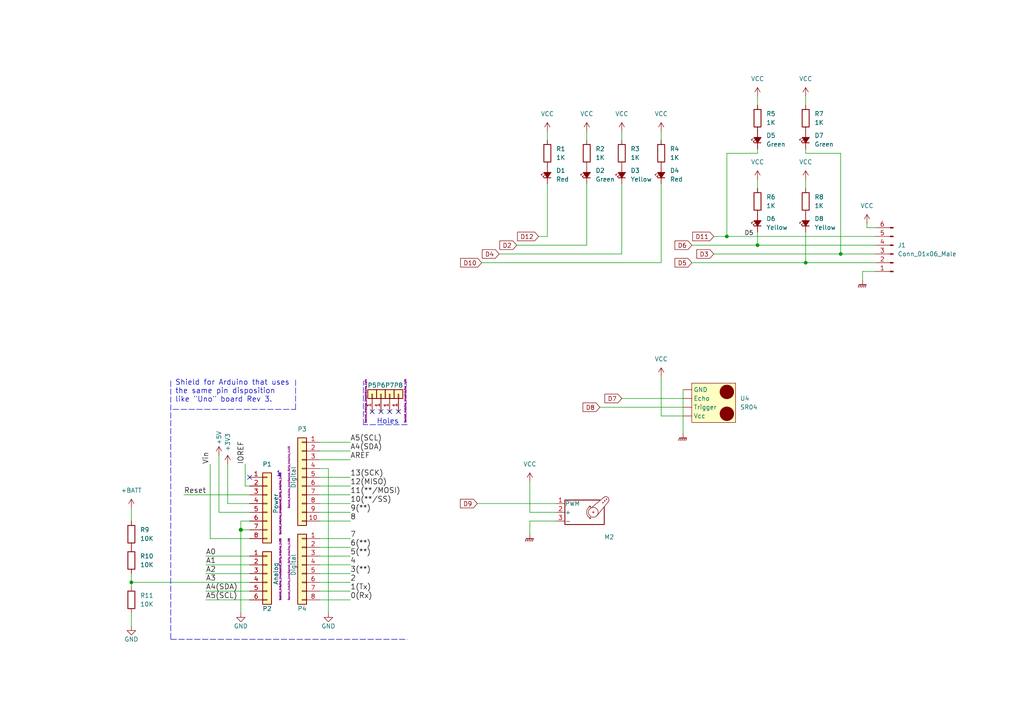
<source format=kicad_sch>
(kicad_sch (version 20211123) (generator eeschema)
  (paper "A4")
  (title_block (title "Wheelly") (date "lun. 30 mars 2015") (rev "1"))
  (lib_symbols
    (symbol "Connector:Conn_01x06_Male" (pin_names (offset 1.016) hide)
      (property "Reference" "J" (at 0 7.62 0))
      (property "Value" "Conn_01x06_Male" (at 0 -10.16 0))
      (symbol "Conn_01x06_Male_1_1"
        (polyline (pts (xy 1.27 -7.62) (xy 0.8636 -7.62)) (stroke (width 0.1524)))
        (polyline (pts (xy 1.27 -5.08) (xy 0.8636 -5.08)) (stroke (width 0.1524)))
        (polyline (pts (xy 1.27 -2.54) (xy 0.8636 -2.54)) (stroke (width 0.1524)))
        (polyline (pts (xy 1.27 0) (xy 0.8636 0)) (stroke (width 0.1524)))
        (polyline (pts (xy 1.27 2.54) (xy 0.8636 2.54)) (stroke (width 0.1524)))
        (polyline (pts (xy 1.27 5.08) (xy 0.8636 5.08)) (stroke (width 0.1524)))
        (rectangle (start 0.8636 -7.493) (end 0 -7.747) (stroke (width 0.1524)) (fill (type outline)))
        (rectangle (start 0.8636 -4.953) (end 0 -5.207) (stroke (width 0.1524)) (fill (type outline)))
        (rectangle (start 0.8636 -2.413) (end 0 -2.667) (stroke (width 0.1524)) (fill (type outline)))
        (rectangle (start 0.8636 0.127) (end 0 -0.127) (stroke (width 0.1524)) (fill (type outline)))
        (rectangle (start 0.8636 2.667) (end 0 2.413) (stroke (width 0.1524)) (fill (type outline)))
        (rectangle (start 0.8636 5.207) (end 0 4.953) (stroke (width 0.1524)) (fill (type outline)))
        (pin passive line (at 5.08 5.08 180) (length 3.81) (name "Pin_1") (number "1"))
        (pin passive line (at 5.08 2.54 180) (length 3.81) (name "Pin_2") (number "2"))
        (pin passive line (at 5.08 0 180) (length 3.81) (name "Pin_3") (number "3"))
        (pin passive line (at 5.08 -2.54 180) (length 3.81) (name "Pin_4") (number "4"))
        (pin passive line (at 5.08 -5.08 180) (length 3.81) (name "Pin_5") (number "5"))
        (pin passive line (at 5.08 -7.62 180) (length 3.81) (name "Pin_6") (number "6"))
      )
    )
    (symbol "Connector_Generic:Conn_01x01" (pin_names (offset 1.016) hide)
      (property "Reference" "J" (at 0 2.54 0))
      (property "Value" "Conn_01x01" (at 0 -2.54 0))
      (symbol "Conn_01x01_1_1"
        (rectangle (start -1.27 0.127) (end 0 -0.127) (stroke (width 0.1524)))
        (rectangle (start -1.27 1.27) (end 1.27 -1.27) (stroke (width 0.254)) (fill (type background)))
        (pin passive line (at -5.08 0 0) (length 3.81) (name "Pin_1") (number "1"))
      )
    )
    (symbol "Connector_Generic:Conn_01x06" (pin_names (offset 1.016) hide)
      (property "Reference" "J" (at 0 7.62 0))
      (property "Value" "Conn_01x06" (at 0 -10.16 0))
      (symbol "Conn_01x06_1_1"
        (rectangle (start -1.27 -7.493) (end 0 -7.747) (stroke (width 0.1524)))
        (rectangle (start -1.27 -4.953) (end 0 -5.207) (stroke (width 0.1524)))
        (rectangle (start -1.27 -2.413) (end 0 -2.667) (stroke (width 0.1524)))
        (rectangle (start -1.27 0.127) (end 0 -0.127) (stroke (width 0.1524)))
        (rectangle (start -1.27 2.667) (end 0 2.413) (stroke (width 0.1524)))
        (rectangle (start -1.27 5.207) (end 0 4.953) (stroke (width 0.1524)))
        (rectangle (start -1.27 6.35) (end 1.27 -8.89) (stroke (width 0.254)) (fill (type background)))
        (pin passive line (at -5.08 5.08 0) (length 3.81) (name "Pin_1") (number "1"))
        (pin passive line (at -5.08 2.54 0) (length 3.81) (name "Pin_2") (number "2"))
        (pin passive line (at -5.08 0 0) (length 3.81) (name "Pin_3") (number "3"))
        (pin passive line (at -5.08 -2.54 0) (length 3.81) (name "Pin_4") (number "4"))
        (pin passive line (at -5.08 -5.08 0) (length 3.81) (name "Pin_5") (number "5"))
        (pin passive line (at -5.08 -7.62 0) (length 3.81) (name "Pin_6") (number "6"))
      )
    )
    (symbol "Connector_Generic:Conn_01x08" (pin_names (offset 1.016) hide)
      (property "Reference" "J" (at 0 10.16 0))
      (property "Value" "Conn_01x08" (at 0 -12.7 0))
      (symbol "Conn_01x08_1_1"
        (rectangle (start -1.27 -10.033) (end 0 -10.287) (stroke (width 0.1524)))
        (rectangle (start -1.27 -7.493) (end 0 -7.747) (stroke (width 0.1524)))
        (rectangle (start -1.27 -4.953) (end 0 -5.207) (stroke (width 0.1524)))
        (rectangle (start -1.27 -2.413) (end 0 -2.667) (stroke (width 0.1524)))
        (rectangle (start -1.27 0.127) (end 0 -0.127) (stroke (width 0.1524)))
        (rectangle (start -1.27 2.667) (end 0 2.413) (stroke (width 0.1524)))
        (rectangle (start -1.27 5.207) (end 0 4.953) (stroke (width 0.1524)))
        (rectangle (start -1.27 7.747) (end 0 7.493) (stroke (width 0.1524)))
        (rectangle (start -1.27 8.89) (end 1.27 -11.43) (stroke (width 0.254)) (fill (type background)))
        (pin passive line (at -5.08 7.62 0) (length 3.81) (name "Pin_1") (number "1"))
        (pin passive line (at -5.08 5.08 0) (length 3.81) (name "Pin_2") (number "2"))
        (pin passive line (at -5.08 2.54 0) (length 3.81) (name "Pin_3") (number "3"))
        (pin passive line (at -5.08 0 0) (length 3.81) (name "Pin_4") (number "4"))
        (pin passive line (at -5.08 -2.54 0) (length 3.81) (name "Pin_5") (number "5"))
        (pin passive line (at -5.08 -5.08 0) (length 3.81) (name "Pin_6") (number "6"))
        (pin passive line (at -5.08 -7.62 0) (length 3.81) (name "Pin_7") (number "7"))
        (pin passive line (at -5.08 -10.16 0) (length 3.81) (name "Pin_8") (number "8"))
      )
    )
    (symbol "Connector_Generic:Conn_01x10" (pin_names (offset 1.016) hide)
      (property "Reference" "J" (at 0 12.7 0))
      (property "Value" "Conn_01x10" (at 0 -15.24 0))
      (symbol "Conn_01x10_1_1"
        (rectangle (start -1.27 -12.573) (end 0 -12.827) (stroke (width 0.1524)))
        (rectangle (start -1.27 -10.033) (end 0 -10.287) (stroke (width 0.1524)))
        (rectangle (start -1.27 -7.493) (end 0 -7.747) (stroke (width 0.1524)))
        (rectangle (start -1.27 -4.953) (end 0 -5.207) (stroke (width 0.1524)))
        (rectangle (start -1.27 -2.413) (end 0 -2.667) (stroke (width 0.1524)))
        (rectangle (start -1.27 0.127) (end 0 -0.127) (stroke (width 0.1524)))
        (rectangle (start -1.27 2.667) (end 0 2.413) (stroke (width 0.1524)))
        (rectangle (start -1.27 5.207) (end 0 4.953) (stroke (width 0.1524)))
        (rectangle (start -1.27 7.747) (end 0 7.493) (stroke (width 0.1524)))
        (rectangle (start -1.27 10.287) (end 0 10.033) (stroke (width 0.1524)))
        (rectangle (start -1.27 11.43) (end 1.27 -13.97) (stroke (width 0.254)) (fill (type background)))
        (pin passive line (at -5.08 10.16 0) (length 3.81) (name "Pin_1") (number "1"))
        (pin passive line (at -5.08 -12.7 0) (length 3.81) (name "Pin_10") (number "10"))
        (pin passive line (at -5.08 7.62 0) (length 3.81) (name "Pin_2") (number "2"))
        (pin passive line (at -5.08 5.08 0) (length 3.81) (name "Pin_3") (number "3"))
        (pin passive line (at -5.08 2.54 0) (length 3.81) (name "Pin_4") (number "4"))
        (pin passive line (at -5.08 0 0) (length 3.81) (name "Pin_5") (number "5"))
        (pin passive line (at -5.08 -2.54 0) (length 3.81) (name "Pin_6") (number "6"))
        (pin passive line (at -5.08 -5.08 0) (length 3.81) (name "Pin_7") (number "7"))
        (pin passive line (at -5.08 -7.62 0) (length 3.81) (name "Pin_8") (number "8"))
        (pin passive line (at -5.08 -10.16 0) (length 3.81) (name "Pin_9") (number "9"))
      )
    )
    (symbol "Device:LED_Small_Filled" (pin_numbers hide) (pin_names (offset 0.254) hide)
      (property "Reference" "D" (at -1.27 3.175 0))
      (property "Value" "LED_Small_Filled" (at -4.445 -2.54 0))
      (symbol "LED_Small_Filled_0_1"
        (polyline (pts (xy -0.762 -1.016) (xy -0.762 1.016)) (stroke (width 0.254)))
        (polyline (pts (xy 1.016 0) (xy -0.762 0)))
        (polyline (pts (xy 0.762 -1.016) (xy -0.762 0) (xy 0.762 1.016) (xy 0.762 -1.016)) (stroke (width 0.254)) (fill (type outline)))
        (polyline (pts (xy 0 0.762) (xy -0.508 1.27) (xy -0.254 1.27) (xy -0.508 1.27) (xy -0.508 1.016)))
        (polyline (pts (xy 0.508 1.27) (xy 0 1.778) (xy 0.254 1.778) (xy 0 1.778) (xy 0 1.524)))
      )
      (symbol "LED_Small_Filled_1_1"
        (pin passive line (at -2.54 0 0) (length 1.778) (name "K") (number "1"))
        (pin passive line (at 2.54 0 180) (length 1.778) (name "A") (number "2"))
      )
    )
    (symbol "Device:R" (pin_numbers hide) (pin_names (offset 0))
      (property "Reference" "R" (at 2.032 0 90))
      (property "Value" "R" (at 0 0 90))
      (symbol "R_0_1"
        (rectangle (start -1.016 -2.54) (end 1.016 2.54) (stroke (width 0.254)))
      )
      (symbol "R_1_1"
        (pin passive line (at 0 3.81 270) (length 1.27) (name "~") (number "1"))
        (pin passive line (at 0 -3.81 90) (length 1.27) (name "~") (number "2"))
      )
    )
    (symbol "Motor:Motor_Servo_Grapner_JR" (pin_names (offset 0.0254))
      (property "Reference" "M" (at -5.08 4.445 0))
      (property "Value" "Motor_Servo_Grapner_JR" (at -5.08 -4.064 0))
      (symbol "Motor_Servo_Grapner_JR_0_1"
        (polyline (pts (xy 2.413 -1.778) (xy 2.032 -1.778)))
        (polyline (pts (xy 2.413 -1.778) (xy 2.286 -1.397)))
        (polyline (pts (xy 2.413 1.778) (xy 1.905 1.778)))
        (polyline (pts (xy 2.413 1.778) (xy 2.286 1.397)))
        (polyline (pts (xy 6.35 4.445) (xy 2.54 1.27)))
        (polyline (pts (xy 7.62 3.175) (xy 4.191 -1.016)))
        (polyline (pts (xy 5.08 3.556) (xy -5.08 3.556) (xy -5.08 -3.556) (xy 6.35 -3.556) (xy 6.35 1.524)) (stroke (width 0.254)))
        (arc (start 2.413 1.778) (mid 1.2406 0) (end 2.413 -1.778))
        (circle (center 3.175 0) (radius 0.1778))
        (circle (center 3.175 0) (radius 1.4224))
        (circle (center 5.969 2.794) (radius 0.127))
        (circle (center 6.477 3.302) (radius 0.127))
        (circle (center 6.985 3.81) (radius 0.127))
        (arc (start 7.62 3.175) (mid 7.4485 4.2735) (end 6.35 4.445))
      )
      (symbol "Motor_Servo_Grapner_JR_1_1"
        (pin passive line (at -7.62 2.54 0) (length 2.54) (name "PWM") (number "1"))
        (pin passive line (at -7.62 0 0) (length 2.54) (name "+") (number "2"))
        (pin passive line (at -7.62 -2.54 0) (length 2.54) (name "-") (number "3"))
      )
    )
    (symbol "SR04:SR04"
      (property "Reference" "U" (at 0 0 0))
      (property "Value" "SR04" (at 0 0 0))
      (symbol "SR04_0_1"
        (rectangle (start -7.62 -1.905) (end 5.08 -13.335) (fill (type background)))
        (circle (center 2.54 -10.795) (radius 2.008) (fill (type outline)))
        (circle (center 2.54 -4.445) (radius 2.008) (fill (type outline)))
      )
      (symbol "SR04_1_1"
        (pin output line (at -10.16 -6.35 0) (length 2.54) (name "Echo") (number ""))
        (pin input line (at -10.16 -3.81 0) (length 2.54) (name "GND") (number ""))
        (pin input line (at -10.16 -8.89 0) (length 2.54) (name "Trigger") (number ""))
        (pin input line (at -10.16 -11.43 0) (length 2.54) (name "Vcc") (number ""))
      )
    )
    (symbol "power:+3.3V" (power) (pin_names (offset 0))
      (property "Value" "+3.3V" (at 0 3.556 0))
      (symbol "+3.3V_0_1"
        (polyline (pts (xy -0.762 1.27) (xy 0 2.54)))
        (polyline (pts (xy 0 0) (xy 0 2.54)))
        (polyline (pts (xy 0 2.54) (xy 0.762 1.27)))
      )
      (symbol "+3.3V_1_1"
        (pin power_in line (at 0 0 90) (length 0) hide (name "+3V3") (number "1"))
      )
    )
    (symbol "power:+5V" (power) (pin_names (offset 0))
      (property "Value" "+5V" (at 0 3.556 0))
      (symbol "+5V_0_1"
        (polyline (pts (xy -0.762 1.27) (xy 0 2.54)))
        (polyline (pts (xy 0 0) (xy 0 2.54)))
        (polyline (pts (xy 0 2.54) (xy 0.762 1.27)))
      )
      (symbol "+5V_1_1"
        (pin power_in line (at 0 0 90) (length 0) hide (name "+5V") (number "1"))
      )
    )
    (symbol "power:+BATT" (power) (pin_names (offset 0))
      (property "Value" "+BATT" (at 0 3.556 0))
      (symbol "+BATT_0_1"
        (polyline (pts (xy -0.762 1.27) (xy 0 2.54)))
        (polyline (pts (xy 0 0) (xy 0 2.54)))
        (polyline (pts (xy 0 2.54) (xy 0.762 1.27)))
      )
      (symbol "+BATT_1_1"
        (pin power_in line (at 0 0 90) (length 0) hide (name "+BATT") (number "1"))
      )
    )
    (symbol "power:GND" (power) (pin_names (offset 0))
      (property "Value" "GND" (at 0 -3.81 0))
      (symbol "GND_0_1"
        (polyline (pts (xy 0 0) (xy 0 -1.27) (xy 1.27 -1.27) (xy 0 -2.54) (xy -1.27 -1.27) (xy 0 -1.27)))
      )
      (symbol "GND_1_1"
        (pin power_in line (at 0 0 270) (length 0) hide (name "GND") (number "1"))
      )
    )
    (symbol "power:GNDPWR" (power) (pin_names (offset 0))
      (property "Value" "GNDPWR" (at 0 -3.302 0))
      (symbol "GNDPWR_0_1"
        (polyline (pts (xy 0 -1.27) (xy 0 0)))
        (polyline (pts (xy -1.016 -1.27) (xy -1.27 -2.032) (xy -1.27 -2.032)) (stroke (width 0.2032)))
        (polyline (pts (xy -0.508 -1.27) (xy -0.762 -2.032) (xy -0.762 -2.032)) (stroke (width 0.2032)))
        (polyline (pts (xy 0 -1.27) (xy -0.254 -2.032) (xy -0.254 -2.032)) (stroke (width 0.2032)))
        (polyline (pts (xy 0.508 -1.27) (xy 0.254 -2.032) (xy 0.254 -2.032)) (stroke (width 0.2032)))
        (polyline (pts (xy 1.016 -1.27) (xy -1.016 -1.27) (xy -1.016 -1.27)) (stroke (width 0.2032)))
        (polyline (pts (xy 1.016 -1.27) (xy 0.762 -2.032) (xy 0.762 -2.032) (xy 0.762 -2.032)) (stroke (width 0.2032)))
      )
      (symbol "GNDPWR_1_1"
        (pin power_in line (at 0 0 270) (length 0) hide (name "GNDPWR") (number "1"))
      )
    )
    (symbol "power:VCC" (power) (pin_names (offset 0))
      (property "Value" "VCC" (at 0 3.81 0))
      (symbol "VCC_0_1"
        (polyline (pts (xy -0.762 1.27) (xy 0 2.54)))
        (polyline (pts (xy 0 0) (xy 0 2.54)))
        (polyline (pts (xy 0 2.54) (xy 0.762 1.27)))
      )
      (symbol "VCC_1_1"
        (pin power_in line (at 0 0 90) (length 0) hide (name "VCC") (number "1"))
      )
    )
  )
  (junction (at 210.82 68.58))
  (junction (at 38.1 168.91))
  (junction (at 243.84 73.66))
  (junction (at 233.68 76.2))
  (junction (at 69.85 153.67) (diameter 1.016))
  (junction (at 219.71 71.12))
  (no_connect (at 113.03 119.38))
  (no_connect (at 107.95 119.38))
  (no_connect (at 110.49 119.38))
  (no_connect (at 115.57 119.38))
  (no_connect (at 72.39 138.43))
  (wire (pts (xy 191.77 109.22) (xy 191.77 120.65)))
  (wire (pts (xy 38.1 147.32) (xy 38.1 151.13)))
  (wire (pts (xy 158.75 38.1) (xy 158.75 40.64)))
  (wire (pts (xy 72.39 146.05) (xy 66.04 146.05)))
  (wire (pts (xy 200.66 76.2) (xy 233.68 76.2)))
  (wire (pts (xy 92.71 156.21) (xy 101.6 156.21)))
  (wire (pts (xy 38.1 168.91) (xy 72.39 168.91)))
  (wire (pts (xy 170.18 71.12) (xy 170.18 53.34)))
  (polyline (pts (xy 85.725 118.745) (xy 85.725 109.855)) (stroke (width 0) (type dash)))
  (wire (pts (xy 243.84 44.45) (xy 243.84 73.66)))
  (wire (pts (xy 153.67 139.7) (xy 153.67 148.59)))
  (wire (pts (xy 233.68 67.31) (xy 233.68 76.2)))
  (wire (pts (xy 180.34 38.1) (xy 180.34 40.64)))
  (wire (pts (xy 233.68 52.07) (xy 233.68 54.61)))
  (wire (pts (xy 233.68 44.45) (xy 233.68 43.18)))
  (wire (pts (xy 243.84 73.66) (xy 254 73.66)))
  (wire (pts (xy 198.12 120.65) (xy 191.77 120.65)))
  (wire (pts (xy 69.85 151.13) (xy 69.85 153.67)))
  (wire (pts (xy 254 76.2) (xy 233.68 76.2)))
  (wire (pts (xy 251.46 66.04) (xy 254 66.04)))
  (wire (pts (xy 219.71 44.45) (xy 219.71 43.18)))
  (wire (pts (xy 92.71 163.83) (xy 101.6 163.83)))
  (wire (pts (xy 95.25 135.89) (xy 95.25 177.8)))
  (wire (pts (xy 173.99 118.11) (xy 198.12 118.11)))
  (wire (pts (xy 72.39 151.13) (xy 69.85 151.13)))
  (wire (pts (xy 198.12 113.03) (xy 198.12 125.73)))
  (wire (pts (xy 156.21 68.58) (xy 158.75 68.58)))
  (wire (pts (xy 200.66 71.12) (xy 219.71 71.12)))
  (wire (pts (xy 219.71 44.45) (xy 210.82 44.45)))
  (wire (pts (xy 71.12 140.97) (xy 72.39 140.97)))
  (wire (pts (xy 72.39 148.59) (xy 63.5 148.59)))
  (wire (pts (xy 219.71 27.94) (xy 219.71 30.48)))
  (wire (pts (xy 207.01 68.58) (xy 210.82 68.58)))
  (wire (pts (xy 92.71 138.43) (xy 101.6 138.43)))
  (wire (pts (xy 72.39 163.83) (xy 59.69 163.83)))
  (wire (pts (xy 92.71 151.13) (xy 101.6 151.13)))
  (wire (pts (xy 92.71 128.27) (xy 101.6 128.27)))
  (wire (pts (xy 251.46 64.77) (xy 251.46 66.04)))
  (wire (pts (xy 38.1 177.8) (xy 38.1 181.61)))
  (wire (pts (xy 72.39 156.21) (xy 60.96 156.21)))
  (wire (pts (xy 38.1 166.37) (xy 38.1 168.91)))
  (wire (pts (xy 219.71 71.12) (xy 254 71.12)))
  (wire (pts (xy 158.75 68.58) (xy 158.75 53.34)))
  (wire (pts (xy 92.71 158.75) (xy 101.6 158.75)))
  (wire (pts (xy 149.86 71.12) (xy 170.18 71.12)))
  (wire (pts (xy 72.39 161.29) (xy 59.69 161.29)))
  (wire (pts (xy 92.71 168.91) (xy 101.6 168.91)))
  (wire (pts (xy 72.39 171.45) (xy 59.69 171.45)))
  (wire (pts (xy 38.1 168.91) (xy 38.1 170.18)))
  (polyline (pts (xy 118.11 123.19) (xy 105.41 123.19)) (stroke (width 0) (type dash)))
  (wire (pts (xy 210.82 44.45) (xy 210.82 68.58)))
  (wire (pts (xy 72.39 143.51) (xy 53.34 143.51)))
  (wire (pts (xy 92.71 135.89) (xy 95.25 135.89)))
  (wire (pts (xy 72.39 153.67) (xy 69.85 153.67)))
  (wire (pts (xy 138.43 146.05) (xy 161.29 146.05)))
  (wire (pts (xy 233.68 44.45) (xy 243.84 44.45)))
  (wire (pts (xy 92.71 166.37) (xy 101.6 166.37)))
  (wire (pts (xy 69.85 153.67) (xy 69.85 177.8)))
  (wire (pts (xy 191.77 76.2) (xy 191.77 53.34)))
  (wire (pts (xy 180.34 115.57) (xy 198.12 115.57)))
  (wire (pts (xy 60.96 156.21) (xy 60.96 134.62)))
  (polyline (pts (xy 49.53 185.42) (xy 118.11 185.42)) (stroke (width 0) (type dash)))
  (wire (pts (xy 72.39 173.99) (xy 59.69 173.99)))
  (wire (pts (xy 191.77 38.1) (xy 191.77 40.64)))
  (wire (pts (xy 153.67 154.94) (xy 153.67 151.13)))
  (wire (pts (xy 92.71 171.45) (xy 101.6 171.45)))
  (polyline (pts (xy 105.41 123.19) (xy 105.41 110.49)) (stroke (width 0) (type dash)))
  (wire (pts (xy 144.78 73.66) (xy 180.34 73.66)))
  (wire (pts (xy 153.67 151.13) (xy 161.29 151.13)))
  (wire (pts (xy 233.68 27.94) (xy 233.68 30.48)))
  (wire (pts (xy 63.5 148.59) (xy 63.5 132.08)))
  (wire (pts (xy 153.67 148.59) (xy 161.29 148.59)))
  (wire (pts (xy 250.19 78.74) (xy 254 78.74)))
  (wire (pts (xy 92.71 143.51) (xy 101.6 143.51)))
  (wire (pts (xy 92.71 130.81) (xy 101.6 130.81)))
  (wire (pts (xy 250.19 81.28) (xy 250.19 78.74)))
  (wire (pts (xy 139.7 76.2) (xy 191.77 76.2)))
  (wire (pts (xy 92.71 161.29) (xy 101.6 161.29)))
  (wire (pts (xy 92.71 133.35) (xy 101.6 133.35)))
  (polyline (pts (xy 49.53 110.49) (xy 49.53 185.42)) (stroke (width 0) (type dash)))
  (wire (pts (xy 219.71 67.31) (xy 219.71 71.12)))
  (wire (pts (xy 210.82 68.58) (xy 254 68.58)))
  (wire (pts (xy 219.71 52.07) (xy 219.71 54.61)))
  (wire (pts (xy 66.04 146.05) (xy 66.04 134.62)))
  (wire (pts (xy 71.12 134.62) (xy 71.12 140.97)))
  (wire (pts (xy 92.71 148.59) (xy 101.6 148.59)))
  (wire (pts (xy 92.71 140.97) (xy 101.6 140.97)))
  (wire (pts (xy 92.71 173.99) (xy 101.6 173.99)))
  (wire (pts (xy 180.34 73.66) (xy 180.34 53.34)))
  (wire (pts (xy 170.18 38.1) (xy 170.18 40.64)))
  (wire (pts (xy 72.39 166.37) (xy 59.69 166.37)))
  (wire (pts (xy 207.01 73.66) (xy 243.84 73.66)))
  (wire (pts (xy 92.71 146.05) (xy 101.6 146.05)))
  (polyline (pts (xy 50.165 118.745) (xy 85.725 118.745)) (stroke (width 0) (type dash)))
  (text "Holes" (at 109.22 123.19 0) (effects (font (size 1.524 1.524)) (justify left bottom)))
  (text "Shield for Arduino that uses\nthe same pin disposition\nlike \"Uno\" board Rev 3." (at 50.8 116.84 0) (effects (font (size 1.524 1.524)) (justify left bottom)))
  (text "1" (at 80.01 138.43 0) (effects (font (size 1.524 1.524)) (justify left bottom)))
  (label "Vin" (at 60.96 134.62 90) (effects (font (size 1.524 1.524))))
  (label "0(Rx)" (at 101.6 173.99 0) (effects (font (size 1.524 1.524))))
  (label "A4(SDA)" (at 59.69 171.45 0) (effects (font (size 1.524 1.524))))
  (label "4" (at 101.6 163.83 0) (effects (font (size 1.524 1.524))))
  (label "5(**)" (at 101.6 161.29 0) (effects (font (size 1.524 1.524))))
  (label "A2" (at 59.69 166.37 0) (effects (font (size 1.524 1.524))))
  (label "A5(SCL)" (at 59.69 173.99 0) (effects (font (size 1.524 1.524))))
  (label "A0" (at 59.69 161.29 0) (effects (font (size 1.524 1.524))))
  (label "A1" (at 59.69 163.83 0) (effects (font (size 1.524 1.524))))
  (label "D5" (at 215.9 68.58 0))
  (label "10(**/SS)" (at 101.6 146.05 0) (effects (font (size 1.524 1.524))))
  (label "13(SCK)" (at 101.6 138.43 0) (effects (font (size 1.524 1.524))))
  (label "7" (at 101.6 156.21 0) (effects (font (size 1.524 1.524))))
  (label "A4(SDA)" (at 101.6 130.81 0) (effects (font (size 1.524 1.524))))
  (label "A3" (at 59.69 168.91 0) (effects (font (size 1.524 1.524))))
  (label "Reset" (at 53.34 143.51 0) (effects (font (size 1.524 1.524))))
  (label "2" (at 101.6 168.91 0) (effects (font (size 1.524 1.524))))
  (label "12(MISO)" (at 101.6 140.97 0) (effects (font (size 1.524 1.524))))
  (label "3(**)" (at 101.6 166.37 0) (effects (font (size 1.524 1.524))))
  (label "9(**)" (at 101.6 148.59 0) (effects (font (size 1.524 1.524))))
  (label "8" (at 101.6 151.13 0) (effects (font (size 1.524 1.524))))
  (label "A5(SCL)" (at 101.6 128.27 0) (effects (font (size 1.524 1.524))))
  (label "IOREF" (at 71.12 134.62 90) (effects (font (size 1.524 1.524))))
  (label "AREF" (at 101.6 133.35 0) (effects (font (size 1.524 1.524))))
  (label "11(**/MOSI)" (at 101.6 143.51 0) (effects (font (size 1.524 1.524))))
  (label "1(Tx)" (at 101.6 171.45 0) (effects (font (size 1.524 1.524))))
  (label "6(**)" (at 101.6 158.75 0) (effects (font (size 1.524 1.524))))
  (global_label "D2" (shape input) (at 149.86 71.12 180) (property "Intersheet References" "${INTERSHEET_REFS}" (effects hide)))
  (global_label "D12" (shape input) (at 156.21 68.58 180) (property "Intersheet References" "${INTERSHEET_REFS}" (effects hide)))
  (global_label "D4" (shape input) (at 144.78 73.66 180) (property "Intersheet References" "${INTERSHEET_REFS}" (effects hide)))
  (global_label "D8" (shape input) (at 173.99 118.11 180) (property "Intersheet References" "${INTERSHEET_REFS}" (effects hide)))
  (global_label "D9" (shape input) (at 138.43 146.05 180) (property "Intersheet References" "${INTERSHEET_REFS}" (effects hide)))
  (global_label "D10" (shape input) (at 139.7 76.2 180) (property "Intersheet References" "${INTERSHEET_REFS}" (effects hide)))
  (global_label "D7" (shape input) (at 180.34 115.57 180) (property "Intersheet References" "${INTERSHEET_REFS}" (effects hide)))
  (global_label "D11" (shape input) (at 207.01 68.58 180) (property "Intersheet References" "${INTERSHEET_REFS}" (effects hide)))
  (global_label "D5" (shape input) (at 200.66 76.2 180) (property "Intersheet References" "${INTERSHEET_REFS}" (effects hide)))
  (global_label "D3" (shape input) (at 207.01 73.66 180) (property "Intersheet References" "${INTERSHEET_REFS}" (effects hide)))
  (global_label "D6" (shape input) (at 200.66 71.12 180) (property "Intersheet References" "${INTERSHEET_REFS}" (effects hide)))
  (symbol (lib_id "Connector_Generic:Conn_01x08") (at 77.47 146.05 0) (unit 1)
    (property "Reference" "P1" (at 77.47 134.62 0))
    (property "Value" "Power" (at 80.01 146.05 90))
    (property "Footprint" "Socket_Arduino_Uno:Socket_Strip_Arduino_1x08" (at 81.28 146.05 90) (effects (font (size 0.508 0.508))))
  )
  (symbol (lib_id "power:+3.3V") (at 66.04 134.62 0) (unit 1)
    (property "Reference" "#PWR01" (effects hide))
    (property "Value" "+3.3V" (at 66.04 128.27 90))
  )
  (symbol (lib_id "power:+5V") (at 63.5 132.08 0) (unit 1)
    (property "Reference" "#PWR02" (effects hide))
    (property "Value" "+5V" (at 63.5 127 90))
  )
  (symbol (lib_id "power:GND") (at 69.85 177.8 0) (unit 1)
    (property "Reference" "#PWR03" (effects hide))
    (property "Value" "GND" (at 69.85 181.61 0))
  )
  (symbol (lib_id "power:GND") (at 95.25 177.8 0) (unit 1)
    (property "Reference" "#PWR04" (effects hide))
    (property "Value" "GND" (at 95.25 181.61 0))
  )
  (symbol (lib_id "Connector_Generic:Conn_01x06") (at 77.47 166.37 0) (unit 1)
    (property "Reference" "P2" (at 77.47 176.53 0))
    (property "Value" "Analog" (at 80.01 166.37 90))
    (property "Footprint" "Socket_Arduino_Uno:Socket_Strip_Arduino_1x06" (at 81.28 165.1 90) (effects (font (size 0.508 0.508))))
  )
  (symbol (lib_id "Connector_Generic:Conn_01x01") (at 107.95 114.3 90) (unit 1)
    (property "Reference" "P5" (at 107.95 111.76 90))
    (property "Value" "CONN_01X01" (effects hide))
    (property "Footprint" "Socket_Arduino_Uno:Arduino_1pin" (at 106.0704 116.3066 0) (effects (font (size 0.508 0.508))))
  )
  (symbol (lib_id "Connector_Generic:Conn_01x01") (at 110.49 114.3 90) (unit 1)
    (property "Reference" "P6" (at 110.49 111.76 90))
    (property "Value" "CONN_01X01" (effects hide))
    (property "Footprint" "Socket_Arduino_Uno:Arduino_1pin" (effects hide))
  )
  (symbol (lib_id "Connector_Generic:Conn_01x01") (at 113.03 114.3 90) (unit 1)
    (property "Reference" "P7" (at 113.03 111.76 90))
    (property "Value" "CONN_01X01" (effects hide))
    (property "Footprint" "Socket_Arduino_Uno:Arduino_1pin" (effects hide))
  )
  (symbol (lib_id "Connector_Generic:Conn_01x01") (at 115.57 114.3 90) (unit 1)
    (property "Reference" "P8" (at 115.57 111.76 90))
    (property "Value" "CONN_01X01" (effects hide))
    (property "Footprint" "Socket_Arduino_Uno:Arduino_1pin" (at 117.5512 116.2304 0) (effects (font (size 0.508 0.508))))
  )
  (symbol (lib_id "Connector_Generic:Conn_01x08") (at 87.63 163.83 0) (mirror y) (unit 1)
    (property "Reference" "P4" (at 87.63 176.53 0))
    (property "Value" "Digital" (at 85.09 163.83 90))
    (property "Footprint" "Socket_Arduino_Uno:Socket_Strip_Arduino_1x08" (at 83.82 165.1 90) (effects (font (size 0.508 0.508))))
  )
  (symbol (lib_id "Connector_Generic:Conn_01x10") (at 87.63 138.43 0) (mirror y) (unit 1)
    (property "Reference" "P3" (at 87.63 124.46 0))
    (property "Value" "Digital" (at 85.09 138.43 90))
    (property "Footprint" "Socket_Arduino_Uno:Socket_Strip_Arduino_1x10" (at 83.82 138.43 90) (effects (font (size 0.508 0.508))))
  )
  (symbol (lib_id "Device:R") (at 219.71 34.29 0) (unit 1)
    (property "Reference" "R5" (at 222.25 33.0199 0) (effects (justify left)))
    (property "Value" "1K" (at 222.25 35.5599 0) (effects (justify left)))
  )
  (symbol (lib_id "power:+BATT") (at 38.1 147.32 0) (unit 1)
    (property "Reference" "#PWR018" (effects hide))
    (property "Value" "+BATT" (at 38.1 142.24 0))
  )
  (symbol (lib_id "Device:R") (at 191.77 44.45 0) (unit 1)
    (property "Reference" "R4" (at 194.31 43.1799 0) (effects (justify left)))
    (property "Value" "1K" (at 194.31 45.7199 0) (effects (justify left)))
  )
  (symbol (lib_id "Device:LED_Small_Filled") (at 170.18 50.8 90) (unit 1)
    (property "Reference" "D2" (at 172.72 49.4664 90) (effects (justify right)))
    (property "Value" "Green" (at 172.72 52.0064 90) (effects (justify right)))
  )
  (symbol (lib_id "Device:LED_Small_Filled") (at 219.71 40.64 90) (unit 1)
    (property "Reference" "D5" (at 222.25 39.3064 90) (effects (justify right)))
    (property "Value" "Green" (at 222.25 41.8464 90) (effects (justify right)))
  )
  (symbol (lib_id "power:VCC") (at 180.34 38.1 0) (unit 1)
    (property "Reference" "#PWR09" (effects hide))
    (property "Value" "VCC" (at 180.34 33.02 0))
  )
  (symbol (lib_id "Device:LED_Small_Filled") (at 158.75 50.8 90) (unit 1)
    (property "Reference" "D1" (at 161.29 49.4664 90) (effects (justify right)))
    (property "Value" "Red" (at 161.29 52.0064 90) (effects (justify right)))
  )
  (symbol (lib_id "power:VCC") (at 158.75 38.1 0) (unit 1)
    (property "Reference" "#PWR05" (effects hide))
    (property "Value" "VCC" (at 158.75 33.02 0))
  )
  (symbol (lib_id "power:VCC") (at 233.68 52.07 0) (unit 1)
    (property "Reference" "#PWR014" (effects hide))
    (property "Value" "VCC" (at 233.68 46.99 0))
  )
  (symbol (lib_id "power:VCC") (at 219.71 27.94 0) (unit 1)
    (property "Reference" "#PWR011" (effects hide))
    (property "Value" "VCC" (at 219.71 22.86 0))
  )
  (symbol (lib_id "power:GNDPWR") (at 198.12 125.73 0) (unit 1)
    (property "Reference" "#PWR0104" (effects hide))
    (property "Value" "GNDPWR" (effects hide))
  )
  (symbol (lib_id "Device:R") (at 233.68 34.29 0) (unit 1)
    (property "Reference" "R7" (at 236.22 33.0199 0) (effects (justify left)))
    (property "Value" "1K" (at 236.22 35.5599 0) (effects (justify left)))
  )
  (symbol (lib_id "Device:LED_Small_Filled") (at 233.68 64.77 90) (unit 1)
    (property "Reference" "D8" (at 236.22 63.4364 90) (effects (justify right)))
    (property "Value" "Yellow" (at 236.22 65.9764 90) (effects (justify right)))
  )
  (symbol (lib_id "power:GND") (at 38.1 181.61 0) (unit 1)
    (property "Reference" "#PWR017" (effects hide))
    (property "Value" "GND" (at 38.1 185.42 0))
  )
  (symbol (lib_id "Device:R") (at 180.34 44.45 0) (unit 1)
    (property "Reference" "R3" (at 182.88 43.1799 0) (effects (justify left)))
    (property "Value" "1K" (at 182.88 45.7199 0) (effects (justify left)))
  )
  (symbol (lib_id "Device:LED_Small_Filled") (at 219.71 64.77 90) (unit 1)
    (property "Reference" "D6" (at 222.25 63.4364 90) (effects (justify right)))
    (property "Value" "Yellow" (at 222.25 65.9764 90) (effects (justify right)))
  )
  (symbol (lib_id "power:VCC") (at 233.68 27.94 0) (unit 1)
    (property "Reference" "#PWR013" (effects hide))
    (property "Value" "VCC" (at 233.68 22.86 0))
  )
  (symbol (lib_id "Device:R") (at 219.71 58.42 0) (unit 1)
    (property "Reference" "R6" (at 222.25 57.1499 0) (effects (justify left)))
    (property "Value" "1K" (at 222.25 59.6899 0) (effects (justify left)))
  )
  (symbol (lib_id "Device:R") (at 158.75 44.45 0) (unit 1)
    (property "Reference" "R1" (at 161.29 43.1799 0) (effects (justify left)))
    (property "Value" "1K" (at 161.29 45.7199 0) (effects (justify left)))
  )
  (symbol (lib_id "Connector:Conn_01x06_Male") (at 259.08 73.66 180) (unit 1)
    (property "Reference" "J1" (at 260.35 71.1199 0) (effects (justify right)))
    (property "Value" "Conn_01x06_Male" (at 260.35 73.6599 0) (effects (justify right)))
  )
  (symbol (lib_id "power:GNDPWR") (at 153.67 154.94 0) (unit 1)
    (property "Reference" "#PWR07" (effects hide))
    (property "Value" "GNDPWR" (effects hide))
  )
  (symbol (lib_id "power:VCC") (at 191.77 38.1 0) (unit 1)
    (property "Reference" "#PWR010" (effects hide))
    (property "Value" "VCC" (at 191.77 33.02 0))
  )
  (symbol (lib_id "power:GNDPWR") (at 250.19 81.28 0) (unit 1)
    (property "Reference" "#PWR015" (effects hide))
    (property "Value" "GNDPWR" (effects hide))
  )
  (symbol (lib_id "Device:LED_Small_Filled") (at 191.77 50.8 90) (unit 1)
    (property "Reference" "D4" (at 194.31 49.4664 90) (effects (justify right)))
    (property "Value" "Red" (at 194.31 52.0064 90) (effects (justify right)))
  )
  (symbol (lib_id "Device:R") (at 233.68 58.42 0) (unit 1)
    (property "Reference" "R8" (at 236.22 57.1499 0) (effects (justify left)))
    (property "Value" "1K" (at 236.22 59.6899 0) (effects (justify left)))
  )
  (symbol (lib_id "power:VCC") (at 251.46 64.77 0) (unit 1)
    (property "Reference" "#PWR016" (effects hide))
    (property "Value" "VCC" (at 251.46 59.69 0))
  )
  (symbol (lib_id "Device:LED_Small_Filled") (at 233.68 40.64 90) (unit 1)
    (property "Reference" "D7" (at 236.22 39.3064 90) (effects (justify right)))
    (property "Value" "Green" (at 236.22 41.8464 90) (effects (justify right)))
  )
  (symbol (lib_id "power:VCC") (at 191.77 109.22 0) (unit 1)
    (property "Reference" "#PWR0103" (effects hide))
    (property "Value" "VCC" (at 191.77 104.14 0))
  )
  (symbol (lib_id "power:VCC") (at 219.71 52.07 0) (unit 1)
    (property "Reference" "#PWR012" (effects hide))
    (property "Value" "VCC" (at 219.71 46.99 0))
  )
  (symbol (lib_id "Device:R") (at 170.18 44.45 0) (unit 1)
    (property "Reference" "R2" (at 172.72 43.1799 0) (effects (justify left)))
    (property "Value" "1K" (at 172.72 45.7199 0) (effects (justify left)))
  )
  (symbol (lib_id "Device:R") (at 38.1 154.94 0) (unit 1)
    (property "Reference" "R9" (at 40.64 153.6699 0) (effects (justify left)))
    (property "Value" "10K" (at 40.64 156.2099 0) (effects (justify left)))
  )
  (symbol (lib_id "Device:R") (at 38.1 162.56 0) (unit 1)
    (property "Reference" "R10" (at 40.64 161.2899 0) (effects (justify left)))
    (property "Value" "10K" (at 40.64 163.8299 0) (effects (justify left)))
  )
  (symbol (lib_id "Device:R") (at 38.1 173.99 0) (unit 1)
    (property "Reference" "R11" (at 40.64 172.7199 0) (effects (justify left)))
    (property "Value" "10K" (at 40.64 175.2599 0) (effects (justify left)))
  )
  (symbol (lib_id "Device:LED_Small_Filled") (at 180.34 50.8 90) (unit 1)
    (property "Reference" "D3" (at 182.88 49.4664 90) (effects (justify right)))
    (property "Value" "Yellow" (at 182.88 52.0064 90) (effects (justify right)))
  )
  (symbol (lib_id "power:VCC") (at 170.18 38.1 0) (unit 1)
    (property "Reference" "#PWR08" (effects hide))
    (property "Value" "VCC" (at 170.18 33.02 0))
  )
  (symbol (lib_id "Motor:Motor_Servo_Grapner_JR") (at 168.91 148.59 0) (unit 1)
    (property "Reference" "M2" (at 175.26 155.7765 0) (effects (justify left)))
    (property "Value" "Motor_Servo_Grapner_JR" (effects hide))
    (property "Datasheet" "http://forums.parallax.com/uploads/attachments/46831/74481.png" (effects hide))
  )
  (symbol (lib_id "power:VCC") (at 153.67 139.7 0) (unit 1)
    (property "Reference" "#PWR06" (effects hide))
    (property "Value" "VCC" (at 153.67 134.62 0))
  )
  (symbol (lib_id "SR04:SR04") (at 208.28 109.22 0) (unit 1)
    (property "Reference" "U4" (at 214.63 115.5699 0) (effects (justify left)))
    (property "Value" "SR04" (at 214.63 118.1099 0) (effects (justify left)))
  )
)
</source>
